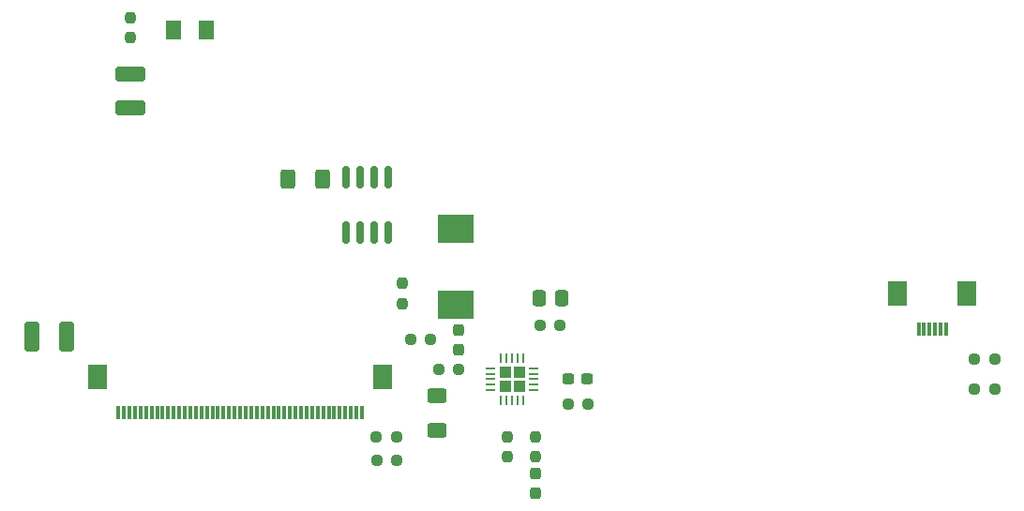
<source format=gbp>
%TF.GenerationSoftware,KiCad,Pcbnew,(6.0.5)*%
%TF.CreationDate,2022-06-02T10:53:14+02:00*%
%TF.ProjectId,Helios-Display,48656c69-6f73-42d4-9469-73706c61792e,5*%
%TF.SameCoordinates,Original*%
%TF.FileFunction,Paste,Bot*%
%TF.FilePolarity,Positive*%
%FSLAX46Y46*%
G04 Gerber Fmt 4.6, Leading zero omitted, Abs format (unit mm)*
G04 Created by KiCad (PCBNEW (6.0.5)) date 2022-06-02 10:53:14*
%MOMM*%
%LPD*%
G01*
G04 APERTURE LIST*
G04 Aperture macros list*
%AMRoundRect*
0 Rectangle with rounded corners*
0 $1 Rounding radius*
0 $2 $3 $4 $5 $6 $7 $8 $9 X,Y pos of 4 corners*
0 Add a 4 corners polygon primitive as box body*
4,1,4,$2,$3,$4,$5,$6,$7,$8,$9,$2,$3,0*
0 Add four circle primitives for the rounded corners*
1,1,$1+$1,$2,$3*
1,1,$1+$1,$4,$5*
1,1,$1+$1,$6,$7*
1,1,$1+$1,$8,$9*
0 Add four rect primitives between the rounded corners*
20,1,$1+$1,$2,$3,$4,$5,0*
20,1,$1+$1,$4,$5,$6,$7,0*
20,1,$1+$1,$6,$7,$8,$9,0*
20,1,$1+$1,$8,$9,$2,$3,0*%
G04 Aperture macros list end*
%ADD10RoundRect,0.237500X-0.237500X0.300000X-0.237500X-0.300000X0.237500X-0.300000X0.237500X0.300000X0*%
%ADD11RoundRect,0.150000X0.150000X-0.825000X0.150000X0.825000X-0.150000X0.825000X-0.150000X-0.825000X0*%
%ADD12RoundRect,0.249999X-0.290001X0.290001X-0.290001X-0.290001X0.290001X-0.290001X0.290001X0.290001X0*%
%ADD13RoundRect,0.062500X-0.062500X0.350000X-0.062500X-0.350000X0.062500X-0.350000X0.062500X0.350000X0*%
%ADD14RoundRect,0.062500X-0.350000X0.062500X-0.350000X-0.062500X0.350000X-0.062500X0.350000X0.062500X0*%
%ADD15R,0.300000X1.300000*%
%ADD16R,1.800000X2.200000*%
%ADD17RoundRect,0.250000X0.625000X-0.400000X0.625000X0.400000X-0.625000X0.400000X-0.625000X-0.400000X0*%
%ADD18RoundRect,0.237500X0.237500X-0.300000X0.237500X0.300000X-0.237500X0.300000X-0.237500X-0.300000X0*%
%ADD19RoundRect,0.237500X0.250000X0.237500X-0.250000X0.237500X-0.250000X-0.237500X0.250000X-0.237500X0*%
%ADD20RoundRect,0.250000X0.412500X1.100000X-0.412500X1.100000X-0.412500X-1.100000X0.412500X-1.100000X0*%
%ADD21RoundRect,0.237500X-0.250000X-0.237500X0.250000X-0.237500X0.250000X0.237500X-0.250000X0.237500X0*%
%ADD22R,3.300000X2.500000*%
%ADD23RoundRect,0.250000X0.337500X0.475000X-0.337500X0.475000X-0.337500X-0.475000X0.337500X-0.475000X0*%
%ADD24RoundRect,0.237500X-0.300000X-0.237500X0.300000X-0.237500X0.300000X0.237500X-0.300000X0.237500X0*%
%ADD25RoundRect,0.250001X0.462499X0.624999X-0.462499X0.624999X-0.462499X-0.624999X0.462499X-0.624999X0*%
%ADD26RoundRect,0.250000X-1.100000X0.412500X-1.100000X-0.412500X1.100000X-0.412500X1.100000X0.412500X0*%
%ADD27RoundRect,0.237500X0.237500X-0.250000X0.237500X0.250000X-0.237500X0.250000X-0.237500X-0.250000X0*%
%ADD28RoundRect,0.237500X-0.237500X0.250000X-0.237500X-0.250000X0.237500X-0.250000X0.237500X0.250000X0*%
%ADD29RoundRect,0.250000X0.400000X0.625000X-0.400000X0.625000X-0.400000X-0.625000X0.400000X-0.625000X0*%
G04 APERTURE END LIST*
D10*
X149606000Y-119025500D03*
X149606000Y-120750500D03*
D11*
X136271000Y-97217000D03*
X135001000Y-97217000D03*
X133731000Y-97217000D03*
X132461000Y-97217000D03*
X132461000Y-92267000D03*
X133731000Y-92267000D03*
X135001000Y-92267000D03*
X136271000Y-92267000D03*
D12*
X148100000Y-109865000D03*
X146850000Y-109865000D03*
X148100000Y-111115000D03*
X146850000Y-111115000D03*
D13*
X146475000Y-108552500D03*
X146975000Y-108552500D03*
X147475000Y-108552500D03*
X147975000Y-108552500D03*
X148475000Y-108552500D03*
D14*
X149412500Y-109490000D03*
X149412500Y-109990000D03*
X149412500Y-110490000D03*
X149412500Y-110990000D03*
X149412500Y-111490000D03*
D13*
X148475000Y-112427500D03*
X147975000Y-112427500D03*
X147475000Y-112427500D03*
X146975000Y-112427500D03*
X146475000Y-112427500D03*
D14*
X145537500Y-111490000D03*
X145537500Y-110990000D03*
X145537500Y-110490000D03*
X145537500Y-109990000D03*
X145537500Y-109490000D03*
D15*
X111920000Y-113490000D03*
X112420000Y-113490000D03*
X112920000Y-113490000D03*
X113420000Y-113490000D03*
X113920000Y-113490000D03*
X114420000Y-113490000D03*
X114920000Y-113490000D03*
X115420000Y-113490000D03*
X115920000Y-113490000D03*
X116420000Y-113490000D03*
X116920000Y-113490000D03*
X117420000Y-113490000D03*
X117920000Y-113490000D03*
X118420000Y-113490000D03*
X118920000Y-113490000D03*
X119420000Y-113490000D03*
X119920000Y-113490000D03*
X120420000Y-113490000D03*
X120920000Y-113490000D03*
X121420000Y-113490000D03*
X121920000Y-113490000D03*
X122420000Y-113490000D03*
X122920000Y-113490000D03*
X123420000Y-113490000D03*
X123920000Y-113490000D03*
X124420000Y-113490000D03*
X124920000Y-113490000D03*
X125420000Y-113490000D03*
X125920000Y-113490000D03*
X126420000Y-113490000D03*
X126920000Y-113490000D03*
X127420000Y-113490000D03*
X127920000Y-113490000D03*
X128420000Y-113490000D03*
X128920000Y-113490000D03*
X129420000Y-113490000D03*
X129920000Y-113490000D03*
X130420000Y-113490000D03*
X130920000Y-113490000D03*
X131420000Y-113490000D03*
X131920000Y-113490000D03*
X132420000Y-113490000D03*
X132920000Y-113490000D03*
X133420000Y-113490000D03*
X133920000Y-113490000D03*
D16*
X110020000Y-110240000D03*
X135820000Y-110240000D03*
D17*
X140716000Y-115088000D03*
X140716000Y-111988000D03*
D18*
X142621000Y-107796500D03*
X142621000Y-106071500D03*
D19*
X154328500Y-112776000D03*
X152503500Y-112776000D03*
D20*
X107226500Y-106680000D03*
X104101500Y-106680000D03*
D15*
X184170000Y-105990000D03*
X184670000Y-105990000D03*
X185170000Y-105990000D03*
X185670000Y-105990000D03*
X186170000Y-105990000D03*
X186670000Y-105990000D03*
D16*
X188570000Y-102740000D03*
X182270000Y-102740000D03*
D21*
X189206500Y-111379000D03*
X191031500Y-111379000D03*
D22*
X142367000Y-103730000D03*
X142367000Y-96930000D03*
D23*
X151964300Y-103174800D03*
X149889300Y-103174800D03*
D21*
X189206500Y-108712000D03*
X191031500Y-108712000D03*
X149963500Y-105664000D03*
X151788500Y-105664000D03*
D19*
X142644500Y-109601000D03*
X140819500Y-109601000D03*
D24*
X152553500Y-110490000D03*
X154278500Y-110490000D03*
D25*
X119851500Y-78994000D03*
X116876500Y-78994000D03*
D19*
X137080000Y-117856000D03*
X135255000Y-117856000D03*
X137033000Y-115697000D03*
X135208000Y-115697000D03*
D26*
X113030000Y-82892500D03*
X113030000Y-86017500D03*
D19*
X140104500Y-106934000D03*
X138279500Y-106934000D03*
D27*
X113030000Y-79652500D03*
X113030000Y-77827500D03*
D28*
X147066000Y-115673500D03*
X147066000Y-117498500D03*
D27*
X137541000Y-103655500D03*
X137541000Y-101830500D03*
D29*
X130328000Y-92456000D03*
X127228000Y-92456000D03*
D28*
X149606000Y-115673500D03*
X149606000Y-117498500D03*
M02*

</source>
